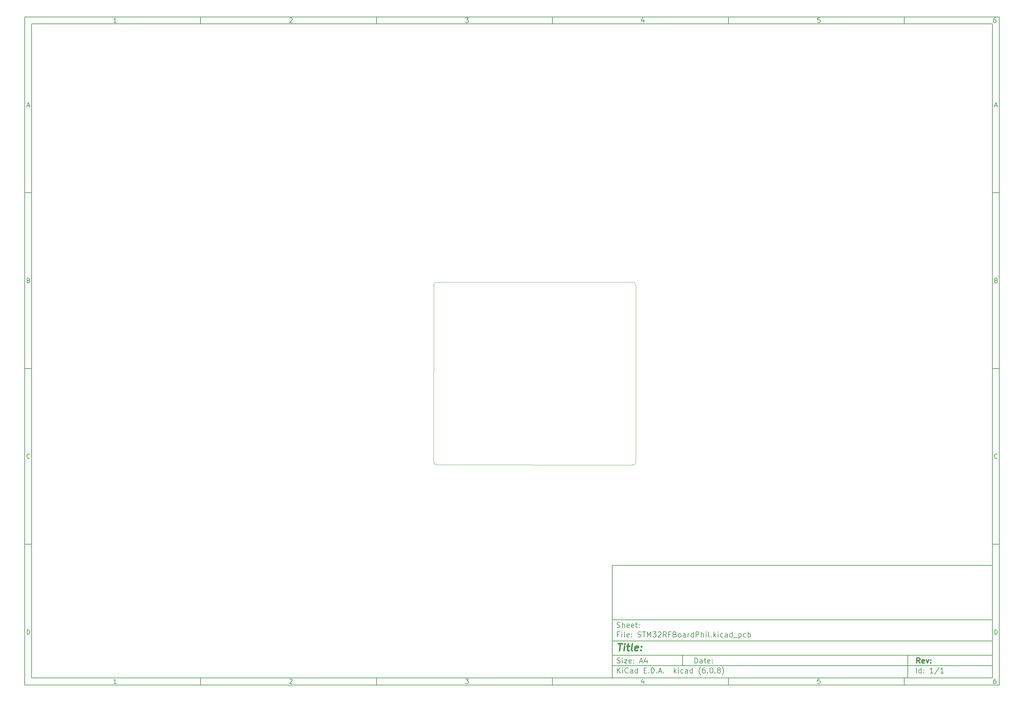
<source format=gbr>
%TF.GenerationSoftware,KiCad,Pcbnew,(6.0.8)*%
%TF.CreationDate,2022-10-27T20:00:02-05:00*%
%TF.ProjectId,STM32RFBoardPhil,53544d33-3252-4464-926f-617264506869,rev?*%
%TF.SameCoordinates,Original*%
%TF.FileFunction,Profile,NP*%
%FSLAX46Y46*%
G04 Gerber Fmt 4.6, Leading zero omitted, Abs format (unit mm)*
G04 Created by KiCad (PCBNEW (6.0.8)) date 2022-10-27 20:00:02*
%MOMM*%
%LPD*%
G01*
G04 APERTURE LIST*
%ADD10C,0.100000*%
%ADD11C,0.150000*%
%ADD12C,0.300000*%
%ADD13C,0.400000*%
%TA.AperFunction,Profile*%
%ADD14C,0.100000*%
%TD*%
G04 APERTURE END LIST*
D10*
D11*
X177002200Y-166007200D02*
X177002200Y-198007200D01*
X285002200Y-198007200D01*
X285002200Y-166007200D01*
X177002200Y-166007200D01*
D10*
D11*
X10000000Y-10000000D02*
X10000000Y-200007200D01*
X287002200Y-200007200D01*
X287002200Y-10000000D01*
X10000000Y-10000000D01*
D10*
D11*
X12000000Y-12000000D02*
X12000000Y-198007200D01*
X285002200Y-198007200D01*
X285002200Y-12000000D01*
X12000000Y-12000000D01*
D10*
D11*
X60000000Y-12000000D02*
X60000000Y-10000000D01*
D10*
D11*
X110000000Y-12000000D02*
X110000000Y-10000000D01*
D10*
D11*
X160000000Y-12000000D02*
X160000000Y-10000000D01*
D10*
D11*
X210000000Y-12000000D02*
X210000000Y-10000000D01*
D10*
D11*
X260000000Y-12000000D02*
X260000000Y-10000000D01*
D10*
D11*
X36065476Y-11588095D02*
X35322619Y-11588095D01*
X35694047Y-11588095D02*
X35694047Y-10288095D01*
X35570238Y-10473809D01*
X35446428Y-10597619D01*
X35322619Y-10659523D01*
D10*
D11*
X85322619Y-10411904D02*
X85384523Y-10350000D01*
X85508333Y-10288095D01*
X85817857Y-10288095D01*
X85941666Y-10350000D01*
X86003571Y-10411904D01*
X86065476Y-10535714D01*
X86065476Y-10659523D01*
X86003571Y-10845238D01*
X85260714Y-11588095D01*
X86065476Y-11588095D01*
D10*
D11*
X135260714Y-10288095D02*
X136065476Y-10288095D01*
X135632142Y-10783333D01*
X135817857Y-10783333D01*
X135941666Y-10845238D01*
X136003571Y-10907142D01*
X136065476Y-11030952D01*
X136065476Y-11340476D01*
X136003571Y-11464285D01*
X135941666Y-11526190D01*
X135817857Y-11588095D01*
X135446428Y-11588095D01*
X135322619Y-11526190D01*
X135260714Y-11464285D01*
D10*
D11*
X185941666Y-10721428D02*
X185941666Y-11588095D01*
X185632142Y-10226190D02*
X185322619Y-11154761D01*
X186127380Y-11154761D01*
D10*
D11*
X236003571Y-10288095D02*
X235384523Y-10288095D01*
X235322619Y-10907142D01*
X235384523Y-10845238D01*
X235508333Y-10783333D01*
X235817857Y-10783333D01*
X235941666Y-10845238D01*
X236003571Y-10907142D01*
X236065476Y-11030952D01*
X236065476Y-11340476D01*
X236003571Y-11464285D01*
X235941666Y-11526190D01*
X235817857Y-11588095D01*
X235508333Y-11588095D01*
X235384523Y-11526190D01*
X235322619Y-11464285D01*
D10*
D11*
X285941666Y-10288095D02*
X285694047Y-10288095D01*
X285570238Y-10350000D01*
X285508333Y-10411904D01*
X285384523Y-10597619D01*
X285322619Y-10845238D01*
X285322619Y-11340476D01*
X285384523Y-11464285D01*
X285446428Y-11526190D01*
X285570238Y-11588095D01*
X285817857Y-11588095D01*
X285941666Y-11526190D01*
X286003571Y-11464285D01*
X286065476Y-11340476D01*
X286065476Y-11030952D01*
X286003571Y-10907142D01*
X285941666Y-10845238D01*
X285817857Y-10783333D01*
X285570238Y-10783333D01*
X285446428Y-10845238D01*
X285384523Y-10907142D01*
X285322619Y-11030952D01*
D10*
D11*
X60000000Y-198007200D02*
X60000000Y-200007200D01*
D10*
D11*
X110000000Y-198007200D02*
X110000000Y-200007200D01*
D10*
D11*
X160000000Y-198007200D02*
X160000000Y-200007200D01*
D10*
D11*
X210000000Y-198007200D02*
X210000000Y-200007200D01*
D10*
D11*
X260000000Y-198007200D02*
X260000000Y-200007200D01*
D10*
D11*
X36065476Y-199595295D02*
X35322619Y-199595295D01*
X35694047Y-199595295D02*
X35694047Y-198295295D01*
X35570238Y-198481009D01*
X35446428Y-198604819D01*
X35322619Y-198666723D01*
D10*
D11*
X85322619Y-198419104D02*
X85384523Y-198357200D01*
X85508333Y-198295295D01*
X85817857Y-198295295D01*
X85941666Y-198357200D01*
X86003571Y-198419104D01*
X86065476Y-198542914D01*
X86065476Y-198666723D01*
X86003571Y-198852438D01*
X85260714Y-199595295D01*
X86065476Y-199595295D01*
D10*
D11*
X135260714Y-198295295D02*
X136065476Y-198295295D01*
X135632142Y-198790533D01*
X135817857Y-198790533D01*
X135941666Y-198852438D01*
X136003571Y-198914342D01*
X136065476Y-199038152D01*
X136065476Y-199347676D01*
X136003571Y-199471485D01*
X135941666Y-199533390D01*
X135817857Y-199595295D01*
X135446428Y-199595295D01*
X135322619Y-199533390D01*
X135260714Y-199471485D01*
D10*
D11*
X185941666Y-198728628D02*
X185941666Y-199595295D01*
X185632142Y-198233390D02*
X185322619Y-199161961D01*
X186127380Y-199161961D01*
D10*
D11*
X236003571Y-198295295D02*
X235384523Y-198295295D01*
X235322619Y-198914342D01*
X235384523Y-198852438D01*
X235508333Y-198790533D01*
X235817857Y-198790533D01*
X235941666Y-198852438D01*
X236003571Y-198914342D01*
X236065476Y-199038152D01*
X236065476Y-199347676D01*
X236003571Y-199471485D01*
X235941666Y-199533390D01*
X235817857Y-199595295D01*
X235508333Y-199595295D01*
X235384523Y-199533390D01*
X235322619Y-199471485D01*
D10*
D11*
X285941666Y-198295295D02*
X285694047Y-198295295D01*
X285570238Y-198357200D01*
X285508333Y-198419104D01*
X285384523Y-198604819D01*
X285322619Y-198852438D01*
X285322619Y-199347676D01*
X285384523Y-199471485D01*
X285446428Y-199533390D01*
X285570238Y-199595295D01*
X285817857Y-199595295D01*
X285941666Y-199533390D01*
X286003571Y-199471485D01*
X286065476Y-199347676D01*
X286065476Y-199038152D01*
X286003571Y-198914342D01*
X285941666Y-198852438D01*
X285817857Y-198790533D01*
X285570238Y-198790533D01*
X285446428Y-198852438D01*
X285384523Y-198914342D01*
X285322619Y-199038152D01*
D10*
D11*
X10000000Y-60000000D02*
X12000000Y-60000000D01*
D10*
D11*
X10000000Y-110000000D02*
X12000000Y-110000000D01*
D10*
D11*
X10000000Y-160000000D02*
X12000000Y-160000000D01*
D10*
D11*
X10690476Y-35216666D02*
X11309523Y-35216666D01*
X10566666Y-35588095D02*
X11000000Y-34288095D01*
X11433333Y-35588095D01*
D10*
D11*
X11092857Y-84907142D02*
X11278571Y-84969047D01*
X11340476Y-85030952D01*
X11402380Y-85154761D01*
X11402380Y-85340476D01*
X11340476Y-85464285D01*
X11278571Y-85526190D01*
X11154761Y-85588095D01*
X10659523Y-85588095D01*
X10659523Y-84288095D01*
X11092857Y-84288095D01*
X11216666Y-84350000D01*
X11278571Y-84411904D01*
X11340476Y-84535714D01*
X11340476Y-84659523D01*
X11278571Y-84783333D01*
X11216666Y-84845238D01*
X11092857Y-84907142D01*
X10659523Y-84907142D01*
D10*
D11*
X11402380Y-135464285D02*
X11340476Y-135526190D01*
X11154761Y-135588095D01*
X11030952Y-135588095D01*
X10845238Y-135526190D01*
X10721428Y-135402380D01*
X10659523Y-135278571D01*
X10597619Y-135030952D01*
X10597619Y-134845238D01*
X10659523Y-134597619D01*
X10721428Y-134473809D01*
X10845238Y-134350000D01*
X11030952Y-134288095D01*
X11154761Y-134288095D01*
X11340476Y-134350000D01*
X11402380Y-134411904D01*
D10*
D11*
X10659523Y-185588095D02*
X10659523Y-184288095D01*
X10969047Y-184288095D01*
X11154761Y-184350000D01*
X11278571Y-184473809D01*
X11340476Y-184597619D01*
X11402380Y-184845238D01*
X11402380Y-185030952D01*
X11340476Y-185278571D01*
X11278571Y-185402380D01*
X11154761Y-185526190D01*
X10969047Y-185588095D01*
X10659523Y-185588095D01*
D10*
D11*
X287002200Y-60000000D02*
X285002200Y-60000000D01*
D10*
D11*
X287002200Y-110000000D02*
X285002200Y-110000000D01*
D10*
D11*
X287002200Y-160000000D02*
X285002200Y-160000000D01*
D10*
D11*
X285692676Y-35216666D02*
X286311723Y-35216666D01*
X285568866Y-35588095D02*
X286002200Y-34288095D01*
X286435533Y-35588095D01*
D10*
D11*
X286095057Y-84907142D02*
X286280771Y-84969047D01*
X286342676Y-85030952D01*
X286404580Y-85154761D01*
X286404580Y-85340476D01*
X286342676Y-85464285D01*
X286280771Y-85526190D01*
X286156961Y-85588095D01*
X285661723Y-85588095D01*
X285661723Y-84288095D01*
X286095057Y-84288095D01*
X286218866Y-84350000D01*
X286280771Y-84411904D01*
X286342676Y-84535714D01*
X286342676Y-84659523D01*
X286280771Y-84783333D01*
X286218866Y-84845238D01*
X286095057Y-84907142D01*
X285661723Y-84907142D01*
D10*
D11*
X286404580Y-135464285D02*
X286342676Y-135526190D01*
X286156961Y-135588095D01*
X286033152Y-135588095D01*
X285847438Y-135526190D01*
X285723628Y-135402380D01*
X285661723Y-135278571D01*
X285599819Y-135030952D01*
X285599819Y-134845238D01*
X285661723Y-134597619D01*
X285723628Y-134473809D01*
X285847438Y-134350000D01*
X286033152Y-134288095D01*
X286156961Y-134288095D01*
X286342676Y-134350000D01*
X286404580Y-134411904D01*
D10*
D11*
X285661723Y-185588095D02*
X285661723Y-184288095D01*
X285971247Y-184288095D01*
X286156961Y-184350000D01*
X286280771Y-184473809D01*
X286342676Y-184597619D01*
X286404580Y-184845238D01*
X286404580Y-185030952D01*
X286342676Y-185278571D01*
X286280771Y-185402380D01*
X286156961Y-185526190D01*
X285971247Y-185588095D01*
X285661723Y-185588095D01*
D10*
D11*
X200434342Y-193785771D02*
X200434342Y-192285771D01*
X200791485Y-192285771D01*
X201005771Y-192357200D01*
X201148628Y-192500057D01*
X201220057Y-192642914D01*
X201291485Y-192928628D01*
X201291485Y-193142914D01*
X201220057Y-193428628D01*
X201148628Y-193571485D01*
X201005771Y-193714342D01*
X200791485Y-193785771D01*
X200434342Y-193785771D01*
X202577200Y-193785771D02*
X202577200Y-193000057D01*
X202505771Y-192857200D01*
X202362914Y-192785771D01*
X202077200Y-192785771D01*
X201934342Y-192857200D01*
X202577200Y-193714342D02*
X202434342Y-193785771D01*
X202077200Y-193785771D01*
X201934342Y-193714342D01*
X201862914Y-193571485D01*
X201862914Y-193428628D01*
X201934342Y-193285771D01*
X202077200Y-193214342D01*
X202434342Y-193214342D01*
X202577200Y-193142914D01*
X203077200Y-192785771D02*
X203648628Y-192785771D01*
X203291485Y-192285771D02*
X203291485Y-193571485D01*
X203362914Y-193714342D01*
X203505771Y-193785771D01*
X203648628Y-193785771D01*
X204720057Y-193714342D02*
X204577200Y-193785771D01*
X204291485Y-193785771D01*
X204148628Y-193714342D01*
X204077200Y-193571485D01*
X204077200Y-193000057D01*
X204148628Y-192857200D01*
X204291485Y-192785771D01*
X204577200Y-192785771D01*
X204720057Y-192857200D01*
X204791485Y-193000057D01*
X204791485Y-193142914D01*
X204077200Y-193285771D01*
X205434342Y-193642914D02*
X205505771Y-193714342D01*
X205434342Y-193785771D01*
X205362914Y-193714342D01*
X205434342Y-193642914D01*
X205434342Y-193785771D01*
X205434342Y-192857200D02*
X205505771Y-192928628D01*
X205434342Y-193000057D01*
X205362914Y-192928628D01*
X205434342Y-192857200D01*
X205434342Y-193000057D01*
D10*
D11*
X177002200Y-194507200D02*
X285002200Y-194507200D01*
D10*
D11*
X178434342Y-196585771D02*
X178434342Y-195085771D01*
X179291485Y-196585771D02*
X178648628Y-195728628D01*
X179291485Y-195085771D02*
X178434342Y-195942914D01*
X179934342Y-196585771D02*
X179934342Y-195585771D01*
X179934342Y-195085771D02*
X179862914Y-195157200D01*
X179934342Y-195228628D01*
X180005771Y-195157200D01*
X179934342Y-195085771D01*
X179934342Y-195228628D01*
X181505771Y-196442914D02*
X181434342Y-196514342D01*
X181220057Y-196585771D01*
X181077200Y-196585771D01*
X180862914Y-196514342D01*
X180720057Y-196371485D01*
X180648628Y-196228628D01*
X180577200Y-195942914D01*
X180577200Y-195728628D01*
X180648628Y-195442914D01*
X180720057Y-195300057D01*
X180862914Y-195157200D01*
X181077200Y-195085771D01*
X181220057Y-195085771D01*
X181434342Y-195157200D01*
X181505771Y-195228628D01*
X182791485Y-196585771D02*
X182791485Y-195800057D01*
X182720057Y-195657200D01*
X182577200Y-195585771D01*
X182291485Y-195585771D01*
X182148628Y-195657200D01*
X182791485Y-196514342D02*
X182648628Y-196585771D01*
X182291485Y-196585771D01*
X182148628Y-196514342D01*
X182077200Y-196371485D01*
X182077200Y-196228628D01*
X182148628Y-196085771D01*
X182291485Y-196014342D01*
X182648628Y-196014342D01*
X182791485Y-195942914D01*
X184148628Y-196585771D02*
X184148628Y-195085771D01*
X184148628Y-196514342D02*
X184005771Y-196585771D01*
X183720057Y-196585771D01*
X183577200Y-196514342D01*
X183505771Y-196442914D01*
X183434342Y-196300057D01*
X183434342Y-195871485D01*
X183505771Y-195728628D01*
X183577200Y-195657200D01*
X183720057Y-195585771D01*
X184005771Y-195585771D01*
X184148628Y-195657200D01*
X186005771Y-195800057D02*
X186505771Y-195800057D01*
X186720057Y-196585771D02*
X186005771Y-196585771D01*
X186005771Y-195085771D01*
X186720057Y-195085771D01*
X187362914Y-196442914D02*
X187434342Y-196514342D01*
X187362914Y-196585771D01*
X187291485Y-196514342D01*
X187362914Y-196442914D01*
X187362914Y-196585771D01*
X188077200Y-196585771D02*
X188077200Y-195085771D01*
X188434342Y-195085771D01*
X188648628Y-195157200D01*
X188791485Y-195300057D01*
X188862914Y-195442914D01*
X188934342Y-195728628D01*
X188934342Y-195942914D01*
X188862914Y-196228628D01*
X188791485Y-196371485D01*
X188648628Y-196514342D01*
X188434342Y-196585771D01*
X188077200Y-196585771D01*
X189577200Y-196442914D02*
X189648628Y-196514342D01*
X189577200Y-196585771D01*
X189505771Y-196514342D01*
X189577200Y-196442914D01*
X189577200Y-196585771D01*
X190220057Y-196157200D02*
X190934342Y-196157200D01*
X190077200Y-196585771D02*
X190577200Y-195085771D01*
X191077200Y-196585771D01*
X191577200Y-196442914D02*
X191648628Y-196514342D01*
X191577200Y-196585771D01*
X191505771Y-196514342D01*
X191577200Y-196442914D01*
X191577200Y-196585771D01*
X194577200Y-196585771D02*
X194577200Y-195085771D01*
X194720057Y-196014342D02*
X195148628Y-196585771D01*
X195148628Y-195585771D02*
X194577200Y-196157200D01*
X195791485Y-196585771D02*
X195791485Y-195585771D01*
X195791485Y-195085771D02*
X195720057Y-195157200D01*
X195791485Y-195228628D01*
X195862914Y-195157200D01*
X195791485Y-195085771D01*
X195791485Y-195228628D01*
X197148628Y-196514342D02*
X197005771Y-196585771D01*
X196720057Y-196585771D01*
X196577200Y-196514342D01*
X196505771Y-196442914D01*
X196434342Y-196300057D01*
X196434342Y-195871485D01*
X196505771Y-195728628D01*
X196577200Y-195657200D01*
X196720057Y-195585771D01*
X197005771Y-195585771D01*
X197148628Y-195657200D01*
X198434342Y-196585771D02*
X198434342Y-195800057D01*
X198362914Y-195657200D01*
X198220057Y-195585771D01*
X197934342Y-195585771D01*
X197791485Y-195657200D01*
X198434342Y-196514342D02*
X198291485Y-196585771D01*
X197934342Y-196585771D01*
X197791485Y-196514342D01*
X197720057Y-196371485D01*
X197720057Y-196228628D01*
X197791485Y-196085771D01*
X197934342Y-196014342D01*
X198291485Y-196014342D01*
X198434342Y-195942914D01*
X199791485Y-196585771D02*
X199791485Y-195085771D01*
X199791485Y-196514342D02*
X199648628Y-196585771D01*
X199362914Y-196585771D01*
X199220057Y-196514342D01*
X199148628Y-196442914D01*
X199077200Y-196300057D01*
X199077200Y-195871485D01*
X199148628Y-195728628D01*
X199220057Y-195657200D01*
X199362914Y-195585771D01*
X199648628Y-195585771D01*
X199791485Y-195657200D01*
X202077200Y-197157200D02*
X202005771Y-197085771D01*
X201862914Y-196871485D01*
X201791485Y-196728628D01*
X201720057Y-196514342D01*
X201648628Y-196157200D01*
X201648628Y-195871485D01*
X201720057Y-195514342D01*
X201791485Y-195300057D01*
X201862914Y-195157200D01*
X202005771Y-194942914D01*
X202077200Y-194871485D01*
X203291485Y-195085771D02*
X203005771Y-195085771D01*
X202862914Y-195157200D01*
X202791485Y-195228628D01*
X202648628Y-195442914D01*
X202577200Y-195728628D01*
X202577200Y-196300057D01*
X202648628Y-196442914D01*
X202720057Y-196514342D01*
X202862914Y-196585771D01*
X203148628Y-196585771D01*
X203291485Y-196514342D01*
X203362914Y-196442914D01*
X203434342Y-196300057D01*
X203434342Y-195942914D01*
X203362914Y-195800057D01*
X203291485Y-195728628D01*
X203148628Y-195657200D01*
X202862914Y-195657200D01*
X202720057Y-195728628D01*
X202648628Y-195800057D01*
X202577200Y-195942914D01*
X204077200Y-196442914D02*
X204148628Y-196514342D01*
X204077200Y-196585771D01*
X204005771Y-196514342D01*
X204077200Y-196442914D01*
X204077200Y-196585771D01*
X205077200Y-195085771D02*
X205220057Y-195085771D01*
X205362914Y-195157200D01*
X205434342Y-195228628D01*
X205505771Y-195371485D01*
X205577200Y-195657200D01*
X205577200Y-196014342D01*
X205505771Y-196300057D01*
X205434342Y-196442914D01*
X205362914Y-196514342D01*
X205220057Y-196585771D01*
X205077200Y-196585771D01*
X204934342Y-196514342D01*
X204862914Y-196442914D01*
X204791485Y-196300057D01*
X204720057Y-196014342D01*
X204720057Y-195657200D01*
X204791485Y-195371485D01*
X204862914Y-195228628D01*
X204934342Y-195157200D01*
X205077200Y-195085771D01*
X206220057Y-196442914D02*
X206291485Y-196514342D01*
X206220057Y-196585771D01*
X206148628Y-196514342D01*
X206220057Y-196442914D01*
X206220057Y-196585771D01*
X207148628Y-195728628D02*
X207005771Y-195657200D01*
X206934342Y-195585771D01*
X206862914Y-195442914D01*
X206862914Y-195371485D01*
X206934342Y-195228628D01*
X207005771Y-195157200D01*
X207148628Y-195085771D01*
X207434342Y-195085771D01*
X207577200Y-195157200D01*
X207648628Y-195228628D01*
X207720057Y-195371485D01*
X207720057Y-195442914D01*
X207648628Y-195585771D01*
X207577200Y-195657200D01*
X207434342Y-195728628D01*
X207148628Y-195728628D01*
X207005771Y-195800057D01*
X206934342Y-195871485D01*
X206862914Y-196014342D01*
X206862914Y-196300057D01*
X206934342Y-196442914D01*
X207005771Y-196514342D01*
X207148628Y-196585771D01*
X207434342Y-196585771D01*
X207577200Y-196514342D01*
X207648628Y-196442914D01*
X207720057Y-196300057D01*
X207720057Y-196014342D01*
X207648628Y-195871485D01*
X207577200Y-195800057D01*
X207434342Y-195728628D01*
X208220057Y-197157200D02*
X208291485Y-197085771D01*
X208434342Y-196871485D01*
X208505771Y-196728628D01*
X208577200Y-196514342D01*
X208648628Y-196157200D01*
X208648628Y-195871485D01*
X208577200Y-195514342D01*
X208505771Y-195300057D01*
X208434342Y-195157200D01*
X208291485Y-194942914D01*
X208220057Y-194871485D01*
D10*
D11*
X177002200Y-191507200D02*
X285002200Y-191507200D01*
D10*
D12*
X264411485Y-193785771D02*
X263911485Y-193071485D01*
X263554342Y-193785771D02*
X263554342Y-192285771D01*
X264125771Y-192285771D01*
X264268628Y-192357200D01*
X264340057Y-192428628D01*
X264411485Y-192571485D01*
X264411485Y-192785771D01*
X264340057Y-192928628D01*
X264268628Y-193000057D01*
X264125771Y-193071485D01*
X263554342Y-193071485D01*
X265625771Y-193714342D02*
X265482914Y-193785771D01*
X265197200Y-193785771D01*
X265054342Y-193714342D01*
X264982914Y-193571485D01*
X264982914Y-193000057D01*
X265054342Y-192857200D01*
X265197200Y-192785771D01*
X265482914Y-192785771D01*
X265625771Y-192857200D01*
X265697200Y-193000057D01*
X265697200Y-193142914D01*
X264982914Y-193285771D01*
X266197200Y-192785771D02*
X266554342Y-193785771D01*
X266911485Y-192785771D01*
X267482914Y-193642914D02*
X267554342Y-193714342D01*
X267482914Y-193785771D01*
X267411485Y-193714342D01*
X267482914Y-193642914D01*
X267482914Y-193785771D01*
X267482914Y-192857200D02*
X267554342Y-192928628D01*
X267482914Y-193000057D01*
X267411485Y-192928628D01*
X267482914Y-192857200D01*
X267482914Y-193000057D01*
D10*
D11*
X178362914Y-193714342D02*
X178577200Y-193785771D01*
X178934342Y-193785771D01*
X179077200Y-193714342D01*
X179148628Y-193642914D01*
X179220057Y-193500057D01*
X179220057Y-193357200D01*
X179148628Y-193214342D01*
X179077200Y-193142914D01*
X178934342Y-193071485D01*
X178648628Y-193000057D01*
X178505771Y-192928628D01*
X178434342Y-192857200D01*
X178362914Y-192714342D01*
X178362914Y-192571485D01*
X178434342Y-192428628D01*
X178505771Y-192357200D01*
X178648628Y-192285771D01*
X179005771Y-192285771D01*
X179220057Y-192357200D01*
X179862914Y-193785771D02*
X179862914Y-192785771D01*
X179862914Y-192285771D02*
X179791485Y-192357200D01*
X179862914Y-192428628D01*
X179934342Y-192357200D01*
X179862914Y-192285771D01*
X179862914Y-192428628D01*
X180434342Y-192785771D02*
X181220057Y-192785771D01*
X180434342Y-193785771D01*
X181220057Y-193785771D01*
X182362914Y-193714342D02*
X182220057Y-193785771D01*
X181934342Y-193785771D01*
X181791485Y-193714342D01*
X181720057Y-193571485D01*
X181720057Y-193000057D01*
X181791485Y-192857200D01*
X181934342Y-192785771D01*
X182220057Y-192785771D01*
X182362914Y-192857200D01*
X182434342Y-193000057D01*
X182434342Y-193142914D01*
X181720057Y-193285771D01*
X183077200Y-193642914D02*
X183148628Y-193714342D01*
X183077200Y-193785771D01*
X183005771Y-193714342D01*
X183077200Y-193642914D01*
X183077200Y-193785771D01*
X183077200Y-192857200D02*
X183148628Y-192928628D01*
X183077200Y-193000057D01*
X183005771Y-192928628D01*
X183077200Y-192857200D01*
X183077200Y-193000057D01*
X184862914Y-193357200D02*
X185577200Y-193357200D01*
X184720057Y-193785771D02*
X185220057Y-192285771D01*
X185720057Y-193785771D01*
X186862914Y-192785771D02*
X186862914Y-193785771D01*
X186505771Y-192214342D02*
X186148628Y-193285771D01*
X187077200Y-193285771D01*
D10*
D11*
X263434342Y-196585771D02*
X263434342Y-195085771D01*
X264791485Y-196585771D02*
X264791485Y-195085771D01*
X264791485Y-196514342D02*
X264648628Y-196585771D01*
X264362914Y-196585771D01*
X264220057Y-196514342D01*
X264148628Y-196442914D01*
X264077200Y-196300057D01*
X264077200Y-195871485D01*
X264148628Y-195728628D01*
X264220057Y-195657200D01*
X264362914Y-195585771D01*
X264648628Y-195585771D01*
X264791485Y-195657200D01*
X265505771Y-196442914D02*
X265577200Y-196514342D01*
X265505771Y-196585771D01*
X265434342Y-196514342D01*
X265505771Y-196442914D01*
X265505771Y-196585771D01*
X265505771Y-195657200D02*
X265577200Y-195728628D01*
X265505771Y-195800057D01*
X265434342Y-195728628D01*
X265505771Y-195657200D01*
X265505771Y-195800057D01*
X268148628Y-196585771D02*
X267291485Y-196585771D01*
X267720057Y-196585771D02*
X267720057Y-195085771D01*
X267577200Y-195300057D01*
X267434342Y-195442914D01*
X267291485Y-195514342D01*
X269862914Y-195014342D02*
X268577200Y-196942914D01*
X271148628Y-196585771D02*
X270291485Y-196585771D01*
X270720057Y-196585771D02*
X270720057Y-195085771D01*
X270577200Y-195300057D01*
X270434342Y-195442914D01*
X270291485Y-195514342D01*
D10*
D11*
X177002200Y-187507200D02*
X285002200Y-187507200D01*
D10*
D13*
X178714580Y-188211961D02*
X179857438Y-188211961D01*
X179036009Y-190211961D02*
X179286009Y-188211961D01*
X180274104Y-190211961D02*
X180440771Y-188878628D01*
X180524104Y-188211961D02*
X180416961Y-188307200D01*
X180500295Y-188402438D01*
X180607438Y-188307200D01*
X180524104Y-188211961D01*
X180500295Y-188402438D01*
X181107438Y-188878628D02*
X181869342Y-188878628D01*
X181476485Y-188211961D02*
X181262200Y-189926247D01*
X181333628Y-190116723D01*
X181512200Y-190211961D01*
X181702676Y-190211961D01*
X182655057Y-190211961D02*
X182476485Y-190116723D01*
X182405057Y-189926247D01*
X182619342Y-188211961D01*
X184190771Y-190116723D02*
X183988390Y-190211961D01*
X183607438Y-190211961D01*
X183428866Y-190116723D01*
X183357438Y-189926247D01*
X183452676Y-189164342D01*
X183571723Y-188973866D01*
X183774104Y-188878628D01*
X184155057Y-188878628D01*
X184333628Y-188973866D01*
X184405057Y-189164342D01*
X184381247Y-189354819D01*
X183405057Y-189545295D01*
X185155057Y-190021485D02*
X185238390Y-190116723D01*
X185131247Y-190211961D01*
X185047914Y-190116723D01*
X185155057Y-190021485D01*
X185131247Y-190211961D01*
X185286009Y-188973866D02*
X185369342Y-189069104D01*
X185262200Y-189164342D01*
X185178866Y-189069104D01*
X185286009Y-188973866D01*
X185262200Y-189164342D01*
D10*
D11*
X178934342Y-185600057D02*
X178434342Y-185600057D01*
X178434342Y-186385771D02*
X178434342Y-184885771D01*
X179148628Y-184885771D01*
X179720057Y-186385771D02*
X179720057Y-185385771D01*
X179720057Y-184885771D02*
X179648628Y-184957200D01*
X179720057Y-185028628D01*
X179791485Y-184957200D01*
X179720057Y-184885771D01*
X179720057Y-185028628D01*
X180648628Y-186385771D02*
X180505771Y-186314342D01*
X180434342Y-186171485D01*
X180434342Y-184885771D01*
X181791485Y-186314342D02*
X181648628Y-186385771D01*
X181362914Y-186385771D01*
X181220057Y-186314342D01*
X181148628Y-186171485D01*
X181148628Y-185600057D01*
X181220057Y-185457200D01*
X181362914Y-185385771D01*
X181648628Y-185385771D01*
X181791485Y-185457200D01*
X181862914Y-185600057D01*
X181862914Y-185742914D01*
X181148628Y-185885771D01*
X182505771Y-186242914D02*
X182577200Y-186314342D01*
X182505771Y-186385771D01*
X182434342Y-186314342D01*
X182505771Y-186242914D01*
X182505771Y-186385771D01*
X182505771Y-185457200D02*
X182577200Y-185528628D01*
X182505771Y-185600057D01*
X182434342Y-185528628D01*
X182505771Y-185457200D01*
X182505771Y-185600057D01*
X184291485Y-186314342D02*
X184505771Y-186385771D01*
X184862914Y-186385771D01*
X185005771Y-186314342D01*
X185077200Y-186242914D01*
X185148628Y-186100057D01*
X185148628Y-185957200D01*
X185077200Y-185814342D01*
X185005771Y-185742914D01*
X184862914Y-185671485D01*
X184577200Y-185600057D01*
X184434342Y-185528628D01*
X184362914Y-185457200D01*
X184291485Y-185314342D01*
X184291485Y-185171485D01*
X184362914Y-185028628D01*
X184434342Y-184957200D01*
X184577200Y-184885771D01*
X184934342Y-184885771D01*
X185148628Y-184957200D01*
X185577200Y-184885771D02*
X186434342Y-184885771D01*
X186005771Y-186385771D02*
X186005771Y-184885771D01*
X186934342Y-186385771D02*
X186934342Y-184885771D01*
X187434342Y-185957200D01*
X187934342Y-184885771D01*
X187934342Y-186385771D01*
X188505771Y-184885771D02*
X189434342Y-184885771D01*
X188934342Y-185457200D01*
X189148628Y-185457200D01*
X189291485Y-185528628D01*
X189362914Y-185600057D01*
X189434342Y-185742914D01*
X189434342Y-186100057D01*
X189362914Y-186242914D01*
X189291485Y-186314342D01*
X189148628Y-186385771D01*
X188720057Y-186385771D01*
X188577200Y-186314342D01*
X188505771Y-186242914D01*
X190005771Y-185028628D02*
X190077200Y-184957200D01*
X190220057Y-184885771D01*
X190577200Y-184885771D01*
X190720057Y-184957200D01*
X190791485Y-185028628D01*
X190862914Y-185171485D01*
X190862914Y-185314342D01*
X190791485Y-185528628D01*
X189934342Y-186385771D01*
X190862914Y-186385771D01*
X192362914Y-186385771D02*
X191862914Y-185671485D01*
X191505771Y-186385771D02*
X191505771Y-184885771D01*
X192077200Y-184885771D01*
X192220057Y-184957200D01*
X192291485Y-185028628D01*
X192362914Y-185171485D01*
X192362914Y-185385771D01*
X192291485Y-185528628D01*
X192220057Y-185600057D01*
X192077200Y-185671485D01*
X191505771Y-185671485D01*
X193505771Y-185600057D02*
X193005771Y-185600057D01*
X193005771Y-186385771D02*
X193005771Y-184885771D01*
X193720057Y-184885771D01*
X194791485Y-185600057D02*
X195005771Y-185671485D01*
X195077200Y-185742914D01*
X195148628Y-185885771D01*
X195148628Y-186100057D01*
X195077200Y-186242914D01*
X195005771Y-186314342D01*
X194862914Y-186385771D01*
X194291485Y-186385771D01*
X194291485Y-184885771D01*
X194791485Y-184885771D01*
X194934342Y-184957200D01*
X195005771Y-185028628D01*
X195077200Y-185171485D01*
X195077200Y-185314342D01*
X195005771Y-185457200D01*
X194934342Y-185528628D01*
X194791485Y-185600057D01*
X194291485Y-185600057D01*
X196005771Y-186385771D02*
X195862914Y-186314342D01*
X195791485Y-186242914D01*
X195720057Y-186100057D01*
X195720057Y-185671485D01*
X195791485Y-185528628D01*
X195862914Y-185457200D01*
X196005771Y-185385771D01*
X196220057Y-185385771D01*
X196362914Y-185457200D01*
X196434342Y-185528628D01*
X196505771Y-185671485D01*
X196505771Y-186100057D01*
X196434342Y-186242914D01*
X196362914Y-186314342D01*
X196220057Y-186385771D01*
X196005771Y-186385771D01*
X197791485Y-186385771D02*
X197791485Y-185600057D01*
X197720057Y-185457200D01*
X197577200Y-185385771D01*
X197291485Y-185385771D01*
X197148628Y-185457200D01*
X197791485Y-186314342D02*
X197648628Y-186385771D01*
X197291485Y-186385771D01*
X197148628Y-186314342D01*
X197077200Y-186171485D01*
X197077200Y-186028628D01*
X197148628Y-185885771D01*
X197291485Y-185814342D01*
X197648628Y-185814342D01*
X197791485Y-185742914D01*
X198505771Y-186385771D02*
X198505771Y-185385771D01*
X198505771Y-185671485D02*
X198577200Y-185528628D01*
X198648628Y-185457200D01*
X198791485Y-185385771D01*
X198934342Y-185385771D01*
X200077200Y-186385771D02*
X200077200Y-184885771D01*
X200077200Y-186314342D02*
X199934342Y-186385771D01*
X199648628Y-186385771D01*
X199505771Y-186314342D01*
X199434342Y-186242914D01*
X199362914Y-186100057D01*
X199362914Y-185671485D01*
X199434342Y-185528628D01*
X199505771Y-185457200D01*
X199648628Y-185385771D01*
X199934342Y-185385771D01*
X200077200Y-185457200D01*
X200791485Y-186385771D02*
X200791485Y-184885771D01*
X201362914Y-184885771D01*
X201505771Y-184957200D01*
X201577200Y-185028628D01*
X201648628Y-185171485D01*
X201648628Y-185385771D01*
X201577200Y-185528628D01*
X201505771Y-185600057D01*
X201362914Y-185671485D01*
X200791485Y-185671485D01*
X202291485Y-186385771D02*
X202291485Y-184885771D01*
X202934342Y-186385771D02*
X202934342Y-185600057D01*
X202862914Y-185457200D01*
X202720057Y-185385771D01*
X202505771Y-185385771D01*
X202362914Y-185457200D01*
X202291485Y-185528628D01*
X203648628Y-186385771D02*
X203648628Y-185385771D01*
X203648628Y-184885771D02*
X203577200Y-184957200D01*
X203648628Y-185028628D01*
X203720057Y-184957200D01*
X203648628Y-184885771D01*
X203648628Y-185028628D01*
X204577200Y-186385771D02*
X204434342Y-186314342D01*
X204362914Y-186171485D01*
X204362914Y-184885771D01*
X205148628Y-186242914D02*
X205220057Y-186314342D01*
X205148628Y-186385771D01*
X205077200Y-186314342D01*
X205148628Y-186242914D01*
X205148628Y-186385771D01*
X205862914Y-186385771D02*
X205862914Y-184885771D01*
X206005771Y-185814342D02*
X206434342Y-186385771D01*
X206434342Y-185385771D02*
X205862914Y-185957200D01*
X207077200Y-186385771D02*
X207077200Y-185385771D01*
X207077200Y-184885771D02*
X207005771Y-184957200D01*
X207077200Y-185028628D01*
X207148628Y-184957200D01*
X207077200Y-184885771D01*
X207077200Y-185028628D01*
X208434342Y-186314342D02*
X208291485Y-186385771D01*
X208005771Y-186385771D01*
X207862914Y-186314342D01*
X207791485Y-186242914D01*
X207720057Y-186100057D01*
X207720057Y-185671485D01*
X207791485Y-185528628D01*
X207862914Y-185457200D01*
X208005771Y-185385771D01*
X208291485Y-185385771D01*
X208434342Y-185457200D01*
X209720057Y-186385771D02*
X209720057Y-185600057D01*
X209648628Y-185457200D01*
X209505771Y-185385771D01*
X209220057Y-185385771D01*
X209077200Y-185457200D01*
X209720057Y-186314342D02*
X209577200Y-186385771D01*
X209220057Y-186385771D01*
X209077200Y-186314342D01*
X209005771Y-186171485D01*
X209005771Y-186028628D01*
X209077200Y-185885771D01*
X209220057Y-185814342D01*
X209577200Y-185814342D01*
X209720057Y-185742914D01*
X211077200Y-186385771D02*
X211077200Y-184885771D01*
X211077200Y-186314342D02*
X210934342Y-186385771D01*
X210648628Y-186385771D01*
X210505771Y-186314342D01*
X210434342Y-186242914D01*
X210362914Y-186100057D01*
X210362914Y-185671485D01*
X210434342Y-185528628D01*
X210505771Y-185457200D01*
X210648628Y-185385771D01*
X210934342Y-185385771D01*
X211077200Y-185457200D01*
X211434342Y-186528628D02*
X212577200Y-186528628D01*
X212934342Y-185385771D02*
X212934342Y-186885771D01*
X212934342Y-185457200D02*
X213077200Y-185385771D01*
X213362914Y-185385771D01*
X213505771Y-185457200D01*
X213577200Y-185528628D01*
X213648628Y-185671485D01*
X213648628Y-186100057D01*
X213577200Y-186242914D01*
X213505771Y-186314342D01*
X213362914Y-186385771D01*
X213077200Y-186385771D01*
X212934342Y-186314342D01*
X214934342Y-186314342D02*
X214791485Y-186385771D01*
X214505771Y-186385771D01*
X214362914Y-186314342D01*
X214291485Y-186242914D01*
X214220057Y-186100057D01*
X214220057Y-185671485D01*
X214291485Y-185528628D01*
X214362914Y-185457200D01*
X214505771Y-185385771D01*
X214791485Y-185385771D01*
X214934342Y-185457200D01*
X215577200Y-186385771D02*
X215577200Y-184885771D01*
X215577200Y-185457200D02*
X215720057Y-185385771D01*
X216005771Y-185385771D01*
X216148628Y-185457200D01*
X216220057Y-185528628D01*
X216291485Y-185671485D01*
X216291485Y-186100057D01*
X216220057Y-186242914D01*
X216148628Y-186314342D01*
X216005771Y-186385771D01*
X215720057Y-186385771D01*
X215577200Y-186314342D01*
D10*
D11*
X177002200Y-181507200D02*
X285002200Y-181507200D01*
D10*
D11*
X178362914Y-183614342D02*
X178577200Y-183685771D01*
X178934342Y-183685771D01*
X179077200Y-183614342D01*
X179148628Y-183542914D01*
X179220057Y-183400057D01*
X179220057Y-183257200D01*
X179148628Y-183114342D01*
X179077200Y-183042914D01*
X178934342Y-182971485D01*
X178648628Y-182900057D01*
X178505771Y-182828628D01*
X178434342Y-182757200D01*
X178362914Y-182614342D01*
X178362914Y-182471485D01*
X178434342Y-182328628D01*
X178505771Y-182257200D01*
X178648628Y-182185771D01*
X179005771Y-182185771D01*
X179220057Y-182257200D01*
X179862914Y-183685771D02*
X179862914Y-182185771D01*
X180505771Y-183685771D02*
X180505771Y-182900057D01*
X180434342Y-182757200D01*
X180291485Y-182685771D01*
X180077200Y-182685771D01*
X179934342Y-182757200D01*
X179862914Y-182828628D01*
X181791485Y-183614342D02*
X181648628Y-183685771D01*
X181362914Y-183685771D01*
X181220057Y-183614342D01*
X181148628Y-183471485D01*
X181148628Y-182900057D01*
X181220057Y-182757200D01*
X181362914Y-182685771D01*
X181648628Y-182685771D01*
X181791485Y-182757200D01*
X181862914Y-182900057D01*
X181862914Y-183042914D01*
X181148628Y-183185771D01*
X183077200Y-183614342D02*
X182934342Y-183685771D01*
X182648628Y-183685771D01*
X182505771Y-183614342D01*
X182434342Y-183471485D01*
X182434342Y-182900057D01*
X182505771Y-182757200D01*
X182648628Y-182685771D01*
X182934342Y-182685771D01*
X183077200Y-182757200D01*
X183148628Y-182900057D01*
X183148628Y-183042914D01*
X182434342Y-183185771D01*
X183577200Y-182685771D02*
X184148628Y-182685771D01*
X183791485Y-182185771D02*
X183791485Y-183471485D01*
X183862914Y-183614342D01*
X184005771Y-183685771D01*
X184148628Y-183685771D01*
X184648628Y-183542914D02*
X184720057Y-183614342D01*
X184648628Y-183685771D01*
X184577200Y-183614342D01*
X184648628Y-183542914D01*
X184648628Y-183685771D01*
X184648628Y-182757200D02*
X184720057Y-182828628D01*
X184648628Y-182900057D01*
X184577200Y-182828628D01*
X184648628Y-182757200D01*
X184648628Y-182900057D01*
D10*
D12*
D10*
D11*
D10*
D11*
D10*
D11*
D10*
D11*
D10*
D11*
X197002200Y-191507200D02*
X197002200Y-194507200D01*
D10*
D11*
X261002200Y-191507200D02*
X261002200Y-198007200D01*
D14*
X183700000Y-136500000D02*
X183663604Y-86336396D01*
X127096165Y-137355932D02*
X182800000Y-137400000D01*
X127136396Y-85436396D02*
G75*
G03*
X126236396Y-86336396I4J-900004D01*
G01*
X126236396Y-86336396D02*
X126196165Y-136455932D01*
X183663604Y-86336396D02*
G75*
G03*
X182763604Y-85436396I-900004J-4D01*
G01*
X182800000Y-137400000D02*
G75*
G03*
X183700000Y-136500000I0J900000D01*
G01*
X126196168Y-136455932D02*
G75*
G03*
X127096165Y-137355932I900032J32D01*
G01*
X182763604Y-85436396D02*
X127136396Y-85436396D01*
M02*

</source>
